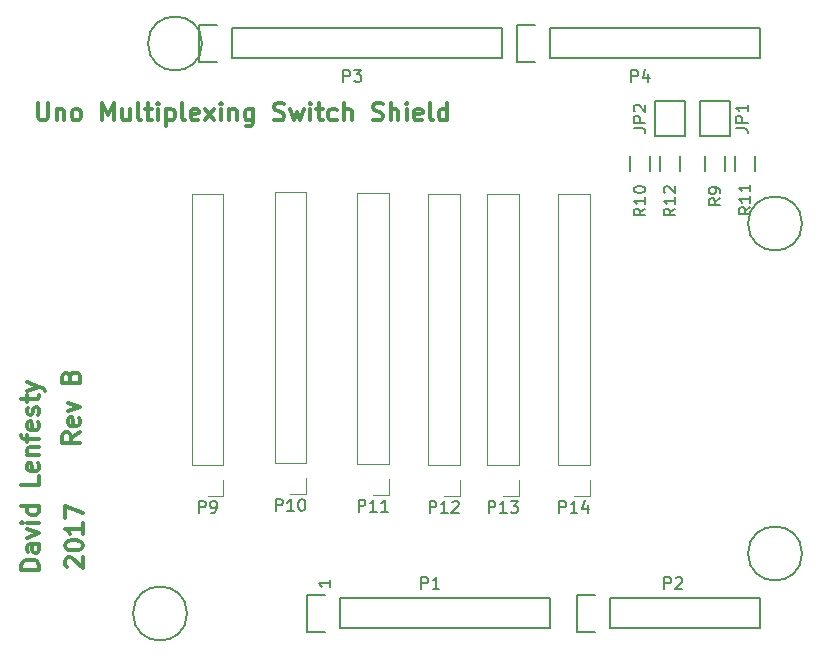
<source format=gbr>
G04 #@! TF.FileFunction,Legend,Top*
%FSLAX46Y46*%
G04 Gerber Fmt 4.6, Leading zero omitted, Abs format (unit mm)*
G04 Created by KiCad (PCBNEW 4.0.7) date 12/04/17 16:46:56*
%MOMM*%
%LPD*%
G01*
G04 APERTURE LIST*
%ADD10C,0.100000*%
%ADD11C,0.300000*%
%ADD12C,0.150000*%
%ADD13C,0.120000*%
G04 APERTURE END LIST*
D10*
D11*
X118153571Y-108497428D02*
X117439286Y-108997428D01*
X118153571Y-109354571D02*
X116653571Y-109354571D01*
X116653571Y-108783143D01*
X116725000Y-108640285D01*
X116796429Y-108568857D01*
X116939286Y-108497428D01*
X117153571Y-108497428D01*
X117296429Y-108568857D01*
X117367857Y-108640285D01*
X117439286Y-108783143D01*
X117439286Y-109354571D01*
X118082143Y-107283143D02*
X118153571Y-107426000D01*
X118153571Y-107711714D01*
X118082143Y-107854571D01*
X117939286Y-107926000D01*
X117367857Y-107926000D01*
X117225000Y-107854571D01*
X117153571Y-107711714D01*
X117153571Y-107426000D01*
X117225000Y-107283143D01*
X117367857Y-107211714D01*
X117510714Y-107211714D01*
X117653571Y-107926000D01*
X117153571Y-106711714D02*
X118153571Y-106354571D01*
X117153571Y-105997429D01*
X117367857Y-103783143D02*
X117439286Y-103568857D01*
X117510714Y-103497429D01*
X117653571Y-103426000D01*
X117867857Y-103426000D01*
X118010714Y-103497429D01*
X118082143Y-103568857D01*
X118153571Y-103711715D01*
X118153571Y-104283143D01*
X116653571Y-104283143D01*
X116653571Y-103783143D01*
X116725000Y-103640286D01*
X116796429Y-103568857D01*
X116939286Y-103497429D01*
X117082143Y-103497429D01*
X117225000Y-103568857D01*
X117296429Y-103640286D01*
X117367857Y-103783143D01*
X117367857Y-104283143D01*
X117050429Y-119919428D02*
X116979000Y-119847999D01*
X116907571Y-119705142D01*
X116907571Y-119347999D01*
X116979000Y-119205142D01*
X117050429Y-119133713D01*
X117193286Y-119062285D01*
X117336143Y-119062285D01*
X117550429Y-119133713D01*
X118407571Y-119990856D01*
X118407571Y-119062285D01*
X116907571Y-118133714D02*
X116907571Y-117990857D01*
X116979000Y-117848000D01*
X117050429Y-117776571D01*
X117193286Y-117705142D01*
X117479000Y-117633714D01*
X117836143Y-117633714D01*
X118121857Y-117705142D01*
X118264714Y-117776571D01*
X118336143Y-117848000D01*
X118407571Y-117990857D01*
X118407571Y-118133714D01*
X118336143Y-118276571D01*
X118264714Y-118348000D01*
X118121857Y-118419428D01*
X117836143Y-118490857D01*
X117479000Y-118490857D01*
X117193286Y-118419428D01*
X117050429Y-118348000D01*
X116979000Y-118276571D01*
X116907571Y-118133714D01*
X118407571Y-116205143D02*
X118407571Y-117062286D01*
X118407571Y-116633714D02*
X116907571Y-116633714D01*
X117121857Y-116776571D01*
X117264714Y-116919429D01*
X117336143Y-117062286D01*
X116907571Y-115705143D02*
X116907571Y-114705143D01*
X118407571Y-115348000D01*
X114724571Y-120125143D02*
X113224571Y-120125143D01*
X113224571Y-119768000D01*
X113296000Y-119553715D01*
X113438857Y-119410857D01*
X113581714Y-119339429D01*
X113867429Y-119268000D01*
X114081714Y-119268000D01*
X114367429Y-119339429D01*
X114510286Y-119410857D01*
X114653143Y-119553715D01*
X114724571Y-119768000D01*
X114724571Y-120125143D01*
X114724571Y-117982286D02*
X113938857Y-117982286D01*
X113796000Y-118053715D01*
X113724571Y-118196572D01*
X113724571Y-118482286D01*
X113796000Y-118625143D01*
X114653143Y-117982286D02*
X114724571Y-118125143D01*
X114724571Y-118482286D01*
X114653143Y-118625143D01*
X114510286Y-118696572D01*
X114367429Y-118696572D01*
X114224571Y-118625143D01*
X114153143Y-118482286D01*
X114153143Y-118125143D01*
X114081714Y-117982286D01*
X113724571Y-117410857D02*
X114724571Y-117053714D01*
X113724571Y-116696572D01*
X114724571Y-116125143D02*
X113724571Y-116125143D01*
X113224571Y-116125143D02*
X113296000Y-116196572D01*
X113367429Y-116125143D01*
X113296000Y-116053715D01*
X113224571Y-116125143D01*
X113367429Y-116125143D01*
X114724571Y-114768000D02*
X113224571Y-114768000D01*
X114653143Y-114768000D02*
X114724571Y-114910857D01*
X114724571Y-115196571D01*
X114653143Y-115339429D01*
X114581714Y-115410857D01*
X114438857Y-115482286D01*
X114010286Y-115482286D01*
X113867429Y-115410857D01*
X113796000Y-115339429D01*
X113724571Y-115196571D01*
X113724571Y-114910857D01*
X113796000Y-114768000D01*
X114724571Y-112196571D02*
X114724571Y-112910857D01*
X113224571Y-112910857D01*
X114653143Y-111125143D02*
X114724571Y-111268000D01*
X114724571Y-111553714D01*
X114653143Y-111696571D01*
X114510286Y-111768000D01*
X113938857Y-111768000D01*
X113796000Y-111696571D01*
X113724571Y-111553714D01*
X113724571Y-111268000D01*
X113796000Y-111125143D01*
X113938857Y-111053714D01*
X114081714Y-111053714D01*
X114224571Y-111768000D01*
X113724571Y-110410857D02*
X114724571Y-110410857D01*
X113867429Y-110410857D02*
X113796000Y-110339429D01*
X113724571Y-110196571D01*
X113724571Y-109982286D01*
X113796000Y-109839429D01*
X113938857Y-109768000D01*
X114724571Y-109768000D01*
X113724571Y-109268000D02*
X113724571Y-108696571D01*
X114724571Y-109053714D02*
X113438857Y-109053714D01*
X113296000Y-108982286D01*
X113224571Y-108839428D01*
X113224571Y-108696571D01*
X114653143Y-107625143D02*
X114724571Y-107768000D01*
X114724571Y-108053714D01*
X114653143Y-108196571D01*
X114510286Y-108268000D01*
X113938857Y-108268000D01*
X113796000Y-108196571D01*
X113724571Y-108053714D01*
X113724571Y-107768000D01*
X113796000Y-107625143D01*
X113938857Y-107553714D01*
X114081714Y-107553714D01*
X114224571Y-108268000D01*
X114653143Y-106982286D02*
X114724571Y-106839429D01*
X114724571Y-106553714D01*
X114653143Y-106410857D01*
X114510286Y-106339429D01*
X114438857Y-106339429D01*
X114296000Y-106410857D01*
X114224571Y-106553714D01*
X114224571Y-106768000D01*
X114153143Y-106910857D01*
X114010286Y-106982286D01*
X113938857Y-106982286D01*
X113796000Y-106910857D01*
X113724571Y-106768000D01*
X113724571Y-106553714D01*
X113796000Y-106410857D01*
X113724571Y-105910857D02*
X113724571Y-105339428D01*
X113224571Y-105696571D02*
X114510286Y-105696571D01*
X114653143Y-105625143D01*
X114724571Y-105482285D01*
X114724571Y-105339428D01*
X113724571Y-104982285D02*
X114724571Y-104625142D01*
X113724571Y-104268000D02*
X114724571Y-104625142D01*
X115081714Y-104768000D01*
X115153143Y-104839428D01*
X115224571Y-104982285D01*
X114631571Y-80585571D02*
X114631571Y-81799857D01*
X114702999Y-81942714D01*
X114774428Y-82014143D01*
X114917285Y-82085571D01*
X115202999Y-82085571D01*
X115345857Y-82014143D01*
X115417285Y-81942714D01*
X115488714Y-81799857D01*
X115488714Y-80585571D01*
X116203000Y-81085571D02*
X116203000Y-82085571D01*
X116203000Y-81228429D02*
X116274428Y-81157000D01*
X116417286Y-81085571D01*
X116631571Y-81085571D01*
X116774428Y-81157000D01*
X116845857Y-81299857D01*
X116845857Y-82085571D01*
X117774429Y-82085571D02*
X117631571Y-82014143D01*
X117560143Y-81942714D01*
X117488714Y-81799857D01*
X117488714Y-81371286D01*
X117560143Y-81228429D01*
X117631571Y-81157000D01*
X117774429Y-81085571D01*
X117988714Y-81085571D01*
X118131571Y-81157000D01*
X118203000Y-81228429D01*
X118274429Y-81371286D01*
X118274429Y-81799857D01*
X118203000Y-81942714D01*
X118131571Y-82014143D01*
X117988714Y-82085571D01*
X117774429Y-82085571D01*
X120060143Y-82085571D02*
X120060143Y-80585571D01*
X120560143Y-81657000D01*
X121060143Y-80585571D01*
X121060143Y-82085571D01*
X122417286Y-81085571D02*
X122417286Y-82085571D01*
X121774429Y-81085571D02*
X121774429Y-81871286D01*
X121845857Y-82014143D01*
X121988715Y-82085571D01*
X122203000Y-82085571D01*
X122345857Y-82014143D01*
X122417286Y-81942714D01*
X123345858Y-82085571D02*
X123203000Y-82014143D01*
X123131572Y-81871286D01*
X123131572Y-80585571D01*
X123703000Y-81085571D02*
X124274429Y-81085571D01*
X123917286Y-80585571D02*
X123917286Y-81871286D01*
X123988714Y-82014143D01*
X124131572Y-82085571D01*
X124274429Y-82085571D01*
X124774429Y-82085571D02*
X124774429Y-81085571D01*
X124774429Y-80585571D02*
X124703000Y-80657000D01*
X124774429Y-80728429D01*
X124845857Y-80657000D01*
X124774429Y-80585571D01*
X124774429Y-80728429D01*
X125488715Y-81085571D02*
X125488715Y-82585571D01*
X125488715Y-81157000D02*
X125631572Y-81085571D01*
X125917286Y-81085571D01*
X126060143Y-81157000D01*
X126131572Y-81228429D01*
X126203001Y-81371286D01*
X126203001Y-81799857D01*
X126131572Y-81942714D01*
X126060143Y-82014143D01*
X125917286Y-82085571D01*
X125631572Y-82085571D01*
X125488715Y-82014143D01*
X127060144Y-82085571D02*
X126917286Y-82014143D01*
X126845858Y-81871286D01*
X126845858Y-80585571D01*
X128203000Y-82014143D02*
X128060143Y-82085571D01*
X127774429Y-82085571D01*
X127631572Y-82014143D01*
X127560143Y-81871286D01*
X127560143Y-81299857D01*
X127631572Y-81157000D01*
X127774429Y-81085571D01*
X128060143Y-81085571D01*
X128203000Y-81157000D01*
X128274429Y-81299857D01*
X128274429Y-81442714D01*
X127560143Y-81585571D01*
X128774429Y-82085571D02*
X129560143Y-81085571D01*
X128774429Y-81085571D02*
X129560143Y-82085571D01*
X130131572Y-82085571D02*
X130131572Y-81085571D01*
X130131572Y-80585571D02*
X130060143Y-80657000D01*
X130131572Y-80728429D01*
X130203000Y-80657000D01*
X130131572Y-80585571D01*
X130131572Y-80728429D01*
X130845858Y-81085571D02*
X130845858Y-82085571D01*
X130845858Y-81228429D02*
X130917286Y-81157000D01*
X131060144Y-81085571D01*
X131274429Y-81085571D01*
X131417286Y-81157000D01*
X131488715Y-81299857D01*
X131488715Y-82085571D01*
X132845858Y-81085571D02*
X132845858Y-82299857D01*
X132774429Y-82442714D01*
X132703001Y-82514143D01*
X132560144Y-82585571D01*
X132345858Y-82585571D01*
X132203001Y-82514143D01*
X132845858Y-82014143D02*
X132703001Y-82085571D01*
X132417287Y-82085571D01*
X132274429Y-82014143D01*
X132203001Y-81942714D01*
X132131572Y-81799857D01*
X132131572Y-81371286D01*
X132203001Y-81228429D01*
X132274429Y-81157000D01*
X132417287Y-81085571D01*
X132703001Y-81085571D01*
X132845858Y-81157000D01*
X134631572Y-82014143D02*
X134845858Y-82085571D01*
X135203001Y-82085571D01*
X135345858Y-82014143D01*
X135417287Y-81942714D01*
X135488715Y-81799857D01*
X135488715Y-81657000D01*
X135417287Y-81514143D01*
X135345858Y-81442714D01*
X135203001Y-81371286D01*
X134917287Y-81299857D01*
X134774429Y-81228429D01*
X134703001Y-81157000D01*
X134631572Y-81014143D01*
X134631572Y-80871286D01*
X134703001Y-80728429D01*
X134774429Y-80657000D01*
X134917287Y-80585571D01*
X135274429Y-80585571D01*
X135488715Y-80657000D01*
X135988715Y-81085571D02*
X136274429Y-82085571D01*
X136560143Y-81371286D01*
X136845858Y-82085571D01*
X137131572Y-81085571D01*
X137703001Y-82085571D02*
X137703001Y-81085571D01*
X137703001Y-80585571D02*
X137631572Y-80657000D01*
X137703001Y-80728429D01*
X137774429Y-80657000D01*
X137703001Y-80585571D01*
X137703001Y-80728429D01*
X138203001Y-81085571D02*
X138774430Y-81085571D01*
X138417287Y-80585571D02*
X138417287Y-81871286D01*
X138488715Y-82014143D01*
X138631573Y-82085571D01*
X138774430Y-82085571D01*
X139917287Y-82014143D02*
X139774430Y-82085571D01*
X139488716Y-82085571D01*
X139345858Y-82014143D01*
X139274430Y-81942714D01*
X139203001Y-81799857D01*
X139203001Y-81371286D01*
X139274430Y-81228429D01*
X139345858Y-81157000D01*
X139488716Y-81085571D01*
X139774430Y-81085571D01*
X139917287Y-81157000D01*
X140560144Y-82085571D02*
X140560144Y-80585571D01*
X141203001Y-82085571D02*
X141203001Y-81299857D01*
X141131572Y-81157000D01*
X140988715Y-81085571D01*
X140774430Y-81085571D01*
X140631572Y-81157000D01*
X140560144Y-81228429D01*
X142988715Y-82014143D02*
X143203001Y-82085571D01*
X143560144Y-82085571D01*
X143703001Y-82014143D01*
X143774430Y-81942714D01*
X143845858Y-81799857D01*
X143845858Y-81657000D01*
X143774430Y-81514143D01*
X143703001Y-81442714D01*
X143560144Y-81371286D01*
X143274430Y-81299857D01*
X143131572Y-81228429D01*
X143060144Y-81157000D01*
X142988715Y-81014143D01*
X142988715Y-80871286D01*
X143060144Y-80728429D01*
X143131572Y-80657000D01*
X143274430Y-80585571D01*
X143631572Y-80585571D01*
X143845858Y-80657000D01*
X144488715Y-82085571D02*
X144488715Y-80585571D01*
X145131572Y-82085571D02*
X145131572Y-81299857D01*
X145060143Y-81157000D01*
X144917286Y-81085571D01*
X144703001Y-81085571D01*
X144560143Y-81157000D01*
X144488715Y-81228429D01*
X145845858Y-82085571D02*
X145845858Y-81085571D01*
X145845858Y-80585571D02*
X145774429Y-80657000D01*
X145845858Y-80728429D01*
X145917286Y-80657000D01*
X145845858Y-80585571D01*
X145845858Y-80728429D01*
X147131572Y-82014143D02*
X146988715Y-82085571D01*
X146703001Y-82085571D01*
X146560144Y-82014143D01*
X146488715Y-81871286D01*
X146488715Y-81299857D01*
X146560144Y-81157000D01*
X146703001Y-81085571D01*
X146988715Y-81085571D01*
X147131572Y-81157000D01*
X147203001Y-81299857D01*
X147203001Y-81442714D01*
X146488715Y-81585571D01*
X148060144Y-82085571D02*
X147917286Y-82014143D01*
X147845858Y-81871286D01*
X147845858Y-80585571D01*
X149274429Y-82085571D02*
X149274429Y-80585571D01*
X149274429Y-82014143D02*
X149131572Y-82085571D01*
X148845858Y-82085571D01*
X148703000Y-82014143D01*
X148631572Y-81942714D01*
X148560143Y-81799857D01*
X148560143Y-81371286D01*
X148631572Y-81228429D01*
X148703000Y-81157000D01*
X148845858Y-81085571D01*
X149131572Y-81085571D01*
X149274429Y-81157000D01*
D12*
X139390381Y-120999285D02*
X139390381Y-121570714D01*
X139390381Y-121285000D02*
X138390381Y-121285000D01*
X138533238Y-121380238D01*
X138628476Y-121475476D01*
X138676095Y-121570714D01*
X140208000Y-125095000D02*
X157988000Y-125095000D01*
X157988000Y-125095000D02*
X157988000Y-122555000D01*
X157988000Y-122555000D02*
X140208000Y-122555000D01*
X137388000Y-125375000D02*
X138938000Y-125375000D01*
X140208000Y-125095000D02*
X140208000Y-122555000D01*
X138938000Y-122275000D02*
X137388000Y-122275000D01*
X137388000Y-122275000D02*
X137388000Y-125375000D01*
X163068000Y-125095000D02*
X175768000Y-125095000D01*
X175768000Y-125095000D02*
X175768000Y-122555000D01*
X175768000Y-122555000D02*
X163068000Y-122555000D01*
X160248000Y-125375000D02*
X161798000Y-125375000D01*
X163068000Y-125095000D02*
X163068000Y-122555000D01*
X161798000Y-122275000D02*
X160248000Y-122275000D01*
X160248000Y-122275000D02*
X160248000Y-125375000D01*
X131064000Y-76835000D02*
X153924000Y-76835000D01*
X153924000Y-76835000D02*
X153924000Y-74295000D01*
X153924000Y-74295000D02*
X131064000Y-74295000D01*
X128244000Y-77115000D02*
X129794000Y-77115000D01*
X131064000Y-76835000D02*
X131064000Y-74295000D01*
X129794000Y-74015000D02*
X128244000Y-74015000D01*
X128244000Y-74015000D02*
X128244000Y-77115000D01*
X157988000Y-76835000D02*
X175768000Y-76835000D01*
X175768000Y-76835000D02*
X175768000Y-74295000D01*
X175768000Y-74295000D02*
X157988000Y-74295000D01*
X155168000Y-77115000D02*
X156718000Y-77115000D01*
X157988000Y-76835000D02*
X157988000Y-74295000D01*
X156718000Y-74015000D02*
X155168000Y-74015000D01*
X155168000Y-74015000D02*
X155168000Y-77115000D01*
X127254000Y-123825000D02*
G75*
G03X127254000Y-123825000I-2286000J0D01*
G01*
X179324000Y-118745000D02*
G75*
G03X179324000Y-118745000I-2286000J0D01*
G01*
X128524000Y-75565000D02*
G75*
G03X128524000Y-75565000I-2286000J0D01*
G01*
X179324000Y-90805000D02*
G75*
G03X179324000Y-90805000I-2286000J0D01*
G01*
X170858000Y-80415000D02*
X173258000Y-80415000D01*
X173258000Y-80415000D02*
X173258000Y-83415000D01*
X173258000Y-83415000D02*
X170658000Y-83415000D01*
X170658000Y-83415000D02*
X170658000Y-80415000D01*
X170658000Y-80415000D02*
X170858000Y-80415000D01*
X167048000Y-80415000D02*
X169448000Y-80415000D01*
X169448000Y-80415000D02*
X169448000Y-83415000D01*
X169448000Y-83415000D02*
X166848000Y-83415000D01*
X166848000Y-83415000D02*
X166848000Y-80415000D01*
X166848000Y-80415000D02*
X167048000Y-80415000D01*
X175373000Y-85125000D02*
X175373000Y-86325000D01*
X173623000Y-86325000D02*
X173623000Y-85125000D01*
X164733000Y-86325000D02*
X164733000Y-85125000D01*
X166483000Y-85125000D02*
X166483000Y-86325000D01*
X171083000Y-86325000D02*
X171083000Y-85125000D01*
X172833000Y-85125000D02*
X172833000Y-86325000D01*
X167273000Y-86325000D02*
X167273000Y-85125000D01*
X169023000Y-85125000D02*
X169023000Y-86325000D01*
D13*
X130328000Y-111255000D02*
X130328000Y-88335000D01*
X130328000Y-88335000D02*
X127668000Y-88335000D01*
X127668000Y-88335000D02*
X127668000Y-111255000D01*
X127668000Y-111255000D02*
X130328000Y-111255000D01*
X130328000Y-112525000D02*
X130328000Y-113855000D01*
X130328000Y-113855000D02*
X128998000Y-113855000D01*
X137328000Y-111095000D02*
X137328000Y-88175000D01*
X137328000Y-88175000D02*
X134668000Y-88175000D01*
X134668000Y-88175000D02*
X134668000Y-111095000D01*
X134668000Y-111095000D02*
X137328000Y-111095000D01*
X137328000Y-112365000D02*
X137328000Y-113695000D01*
X137328000Y-113695000D02*
X135998000Y-113695000D01*
X144328000Y-111155000D02*
X144328000Y-88235000D01*
X144328000Y-88235000D02*
X141668000Y-88235000D01*
X141668000Y-88235000D02*
X141668000Y-111155000D01*
X141668000Y-111155000D02*
X144328000Y-111155000D01*
X144328000Y-112425000D02*
X144328000Y-113755000D01*
X144328000Y-113755000D02*
X142998000Y-113755000D01*
X150328000Y-111255000D02*
X150328000Y-88335000D01*
X150328000Y-88335000D02*
X147668000Y-88335000D01*
X147668000Y-88335000D02*
X147668000Y-111255000D01*
X147668000Y-111255000D02*
X150328000Y-111255000D01*
X150328000Y-112525000D02*
X150328000Y-113855000D01*
X150328000Y-113855000D02*
X148998000Y-113855000D01*
X155328000Y-111255000D02*
X155328000Y-88335000D01*
X155328000Y-88335000D02*
X152668000Y-88335000D01*
X152668000Y-88335000D02*
X152668000Y-111255000D01*
X152668000Y-111255000D02*
X155328000Y-111255000D01*
X155328000Y-112525000D02*
X155328000Y-113855000D01*
X155328000Y-113855000D02*
X153998000Y-113855000D01*
X161328000Y-111255000D02*
X161328000Y-88335000D01*
X161328000Y-88335000D02*
X158668000Y-88335000D01*
X158668000Y-88335000D02*
X158668000Y-111255000D01*
X158668000Y-111255000D02*
X161328000Y-111255000D01*
X161328000Y-112525000D02*
X161328000Y-113855000D01*
X161328000Y-113855000D02*
X159998000Y-113855000D01*
D12*
X147089905Y-121737381D02*
X147089905Y-120737381D01*
X147470858Y-120737381D01*
X147566096Y-120785000D01*
X147613715Y-120832619D01*
X147661334Y-120927857D01*
X147661334Y-121070714D01*
X147613715Y-121165952D01*
X147566096Y-121213571D01*
X147470858Y-121261190D01*
X147089905Y-121261190D01*
X148613715Y-121737381D02*
X148042286Y-121737381D01*
X148328000Y-121737381D02*
X148328000Y-120737381D01*
X148232762Y-120880238D01*
X148137524Y-120975476D01*
X148042286Y-121023095D01*
X167663905Y-121737381D02*
X167663905Y-120737381D01*
X168044858Y-120737381D01*
X168140096Y-120785000D01*
X168187715Y-120832619D01*
X168235334Y-120927857D01*
X168235334Y-121070714D01*
X168187715Y-121165952D01*
X168140096Y-121213571D01*
X168044858Y-121261190D01*
X167663905Y-121261190D01*
X168616286Y-120832619D02*
X168663905Y-120785000D01*
X168759143Y-120737381D01*
X168997239Y-120737381D01*
X169092477Y-120785000D01*
X169140096Y-120832619D01*
X169187715Y-120927857D01*
X169187715Y-121023095D01*
X169140096Y-121165952D01*
X168568667Y-121737381D01*
X169187715Y-121737381D01*
X140485905Y-78811381D02*
X140485905Y-77811381D01*
X140866858Y-77811381D01*
X140962096Y-77859000D01*
X141009715Y-77906619D01*
X141057334Y-78001857D01*
X141057334Y-78144714D01*
X141009715Y-78239952D01*
X140962096Y-78287571D01*
X140866858Y-78335190D01*
X140485905Y-78335190D01*
X141390667Y-77811381D02*
X142009715Y-77811381D01*
X141676381Y-78192333D01*
X141819239Y-78192333D01*
X141914477Y-78239952D01*
X141962096Y-78287571D01*
X142009715Y-78382810D01*
X142009715Y-78620905D01*
X141962096Y-78716143D01*
X141914477Y-78763762D01*
X141819239Y-78811381D01*
X141533524Y-78811381D01*
X141438286Y-78763762D01*
X141390667Y-78716143D01*
X164869905Y-78811381D02*
X164869905Y-77811381D01*
X165250858Y-77811381D01*
X165346096Y-77859000D01*
X165393715Y-77906619D01*
X165441334Y-78001857D01*
X165441334Y-78144714D01*
X165393715Y-78239952D01*
X165346096Y-78287571D01*
X165250858Y-78335190D01*
X164869905Y-78335190D01*
X166298477Y-78144714D02*
X166298477Y-78811381D01*
X166060381Y-77763762D02*
X165822286Y-78478048D01*
X166441334Y-78478048D01*
X173710381Y-82748333D02*
X174424667Y-82748333D01*
X174567524Y-82795953D01*
X174662762Y-82891191D01*
X174710381Y-83034048D01*
X174710381Y-83129286D01*
X174710381Y-82272143D02*
X173710381Y-82272143D01*
X173710381Y-81891190D01*
X173758000Y-81795952D01*
X173805619Y-81748333D01*
X173900857Y-81700714D01*
X174043714Y-81700714D01*
X174138952Y-81748333D01*
X174186571Y-81795952D01*
X174234190Y-81891190D01*
X174234190Y-82272143D01*
X174710381Y-80748333D02*
X174710381Y-81319762D01*
X174710381Y-81034048D02*
X173710381Y-81034048D01*
X173853238Y-81129286D01*
X173948476Y-81224524D01*
X173996095Y-81319762D01*
X165060381Y-82748333D02*
X165774667Y-82748333D01*
X165917524Y-82795953D01*
X166012762Y-82891191D01*
X166060381Y-83034048D01*
X166060381Y-83129286D01*
X166060381Y-82272143D02*
X165060381Y-82272143D01*
X165060381Y-81891190D01*
X165108000Y-81795952D01*
X165155619Y-81748333D01*
X165250857Y-81700714D01*
X165393714Y-81700714D01*
X165488952Y-81748333D01*
X165536571Y-81795952D01*
X165584190Y-81891190D01*
X165584190Y-82272143D01*
X165155619Y-81319762D02*
X165108000Y-81272143D01*
X165060381Y-81176905D01*
X165060381Y-80938809D01*
X165108000Y-80843571D01*
X165155619Y-80795952D01*
X165250857Y-80748333D01*
X165346095Y-80748333D01*
X165488952Y-80795952D01*
X166060381Y-81367381D01*
X166060381Y-80748333D01*
X172410381Y-88685666D02*
X171934190Y-89019000D01*
X172410381Y-89257095D02*
X171410381Y-89257095D01*
X171410381Y-88876142D01*
X171458000Y-88780904D01*
X171505619Y-88733285D01*
X171600857Y-88685666D01*
X171743714Y-88685666D01*
X171838952Y-88733285D01*
X171886571Y-88780904D01*
X171934190Y-88876142D01*
X171934190Y-89257095D01*
X172410381Y-88209476D02*
X172410381Y-88019000D01*
X172362762Y-87923761D01*
X172315143Y-87876142D01*
X172172286Y-87780904D01*
X171981810Y-87733285D01*
X171600857Y-87733285D01*
X171505619Y-87780904D01*
X171458000Y-87828523D01*
X171410381Y-87923761D01*
X171410381Y-88114238D01*
X171458000Y-88209476D01*
X171505619Y-88257095D01*
X171600857Y-88304714D01*
X171838952Y-88304714D01*
X171934190Y-88257095D01*
X171981810Y-88209476D01*
X172029429Y-88114238D01*
X172029429Y-87923761D01*
X171981810Y-87828523D01*
X171934190Y-87780904D01*
X171838952Y-87733285D01*
X166060381Y-89542857D02*
X165584190Y-89876191D01*
X166060381Y-90114286D02*
X165060381Y-90114286D01*
X165060381Y-89733333D01*
X165108000Y-89638095D01*
X165155619Y-89590476D01*
X165250857Y-89542857D01*
X165393714Y-89542857D01*
X165488952Y-89590476D01*
X165536571Y-89638095D01*
X165584190Y-89733333D01*
X165584190Y-90114286D01*
X166060381Y-88590476D02*
X166060381Y-89161905D01*
X166060381Y-88876191D02*
X165060381Y-88876191D01*
X165203238Y-88971429D01*
X165298476Y-89066667D01*
X165346095Y-89161905D01*
X165060381Y-87971429D02*
X165060381Y-87876190D01*
X165108000Y-87780952D01*
X165155619Y-87733333D01*
X165250857Y-87685714D01*
X165441333Y-87638095D01*
X165679429Y-87638095D01*
X165869905Y-87685714D01*
X165965143Y-87733333D01*
X166012762Y-87780952D01*
X166060381Y-87876190D01*
X166060381Y-87971429D01*
X166012762Y-88066667D01*
X165965143Y-88114286D01*
X165869905Y-88161905D01*
X165679429Y-88209524D01*
X165441333Y-88209524D01*
X165250857Y-88161905D01*
X165155619Y-88114286D01*
X165108000Y-88066667D01*
X165060381Y-87971429D01*
X174950381Y-89415857D02*
X174474190Y-89749191D01*
X174950381Y-89987286D02*
X173950381Y-89987286D01*
X173950381Y-89606333D01*
X173998000Y-89511095D01*
X174045619Y-89463476D01*
X174140857Y-89415857D01*
X174283714Y-89415857D01*
X174378952Y-89463476D01*
X174426571Y-89511095D01*
X174474190Y-89606333D01*
X174474190Y-89987286D01*
X174950381Y-88463476D02*
X174950381Y-89034905D01*
X174950381Y-88749191D02*
X173950381Y-88749191D01*
X174093238Y-88844429D01*
X174188476Y-88939667D01*
X174236095Y-89034905D01*
X174950381Y-87511095D02*
X174950381Y-88082524D01*
X174950381Y-87796810D02*
X173950381Y-87796810D01*
X174093238Y-87892048D01*
X174188476Y-87987286D01*
X174236095Y-88082524D01*
X168600381Y-89542857D02*
X168124190Y-89876191D01*
X168600381Y-90114286D02*
X167600381Y-90114286D01*
X167600381Y-89733333D01*
X167648000Y-89638095D01*
X167695619Y-89590476D01*
X167790857Y-89542857D01*
X167933714Y-89542857D01*
X168028952Y-89590476D01*
X168076571Y-89638095D01*
X168124190Y-89733333D01*
X168124190Y-90114286D01*
X168600381Y-88590476D02*
X168600381Y-89161905D01*
X168600381Y-88876191D02*
X167600381Y-88876191D01*
X167743238Y-88971429D01*
X167838476Y-89066667D01*
X167886095Y-89161905D01*
X167695619Y-88209524D02*
X167648000Y-88161905D01*
X167600381Y-88066667D01*
X167600381Y-87828571D01*
X167648000Y-87733333D01*
X167695619Y-87685714D01*
X167790857Y-87638095D01*
X167886095Y-87638095D01*
X168028952Y-87685714D01*
X168600381Y-88257143D01*
X168600381Y-87638095D01*
X128259905Y-115307381D02*
X128259905Y-114307381D01*
X128640858Y-114307381D01*
X128736096Y-114355000D01*
X128783715Y-114402619D01*
X128831334Y-114497857D01*
X128831334Y-114640714D01*
X128783715Y-114735952D01*
X128736096Y-114783571D01*
X128640858Y-114831190D01*
X128259905Y-114831190D01*
X129307524Y-115307381D02*
X129498000Y-115307381D01*
X129593239Y-115259762D01*
X129640858Y-115212143D01*
X129736096Y-115069286D01*
X129783715Y-114878810D01*
X129783715Y-114497857D01*
X129736096Y-114402619D01*
X129688477Y-114355000D01*
X129593239Y-114307381D01*
X129402762Y-114307381D01*
X129307524Y-114355000D01*
X129259905Y-114402619D01*
X129212286Y-114497857D01*
X129212286Y-114735952D01*
X129259905Y-114831190D01*
X129307524Y-114878810D01*
X129402762Y-114926429D01*
X129593239Y-114926429D01*
X129688477Y-114878810D01*
X129736096Y-114831190D01*
X129783715Y-114735952D01*
X134783714Y-115147381D02*
X134783714Y-114147381D01*
X135164667Y-114147381D01*
X135259905Y-114195000D01*
X135307524Y-114242619D01*
X135355143Y-114337857D01*
X135355143Y-114480714D01*
X135307524Y-114575952D01*
X135259905Y-114623571D01*
X135164667Y-114671190D01*
X134783714Y-114671190D01*
X136307524Y-115147381D02*
X135736095Y-115147381D01*
X136021809Y-115147381D02*
X136021809Y-114147381D01*
X135926571Y-114290238D01*
X135831333Y-114385476D01*
X135736095Y-114433095D01*
X136926571Y-114147381D02*
X137021810Y-114147381D01*
X137117048Y-114195000D01*
X137164667Y-114242619D01*
X137212286Y-114337857D01*
X137259905Y-114528333D01*
X137259905Y-114766429D01*
X137212286Y-114956905D01*
X137164667Y-115052143D01*
X137117048Y-115099762D01*
X137021810Y-115147381D01*
X136926571Y-115147381D01*
X136831333Y-115099762D01*
X136783714Y-115052143D01*
X136736095Y-114956905D01*
X136688476Y-114766429D01*
X136688476Y-114528333D01*
X136736095Y-114337857D01*
X136783714Y-114242619D01*
X136831333Y-114195000D01*
X136926571Y-114147381D01*
X141783714Y-115207381D02*
X141783714Y-114207381D01*
X142164667Y-114207381D01*
X142259905Y-114255000D01*
X142307524Y-114302619D01*
X142355143Y-114397857D01*
X142355143Y-114540714D01*
X142307524Y-114635952D01*
X142259905Y-114683571D01*
X142164667Y-114731190D01*
X141783714Y-114731190D01*
X143307524Y-115207381D02*
X142736095Y-115207381D01*
X143021809Y-115207381D02*
X143021809Y-114207381D01*
X142926571Y-114350238D01*
X142831333Y-114445476D01*
X142736095Y-114493095D01*
X144259905Y-115207381D02*
X143688476Y-115207381D01*
X143974190Y-115207381D02*
X143974190Y-114207381D01*
X143878952Y-114350238D01*
X143783714Y-114445476D01*
X143688476Y-114493095D01*
X147783714Y-115307381D02*
X147783714Y-114307381D01*
X148164667Y-114307381D01*
X148259905Y-114355000D01*
X148307524Y-114402619D01*
X148355143Y-114497857D01*
X148355143Y-114640714D01*
X148307524Y-114735952D01*
X148259905Y-114783571D01*
X148164667Y-114831190D01*
X147783714Y-114831190D01*
X149307524Y-115307381D02*
X148736095Y-115307381D01*
X149021809Y-115307381D02*
X149021809Y-114307381D01*
X148926571Y-114450238D01*
X148831333Y-114545476D01*
X148736095Y-114593095D01*
X149688476Y-114402619D02*
X149736095Y-114355000D01*
X149831333Y-114307381D01*
X150069429Y-114307381D01*
X150164667Y-114355000D01*
X150212286Y-114402619D01*
X150259905Y-114497857D01*
X150259905Y-114593095D01*
X150212286Y-114735952D01*
X149640857Y-115307381D01*
X150259905Y-115307381D01*
X152783714Y-115307381D02*
X152783714Y-114307381D01*
X153164667Y-114307381D01*
X153259905Y-114355000D01*
X153307524Y-114402619D01*
X153355143Y-114497857D01*
X153355143Y-114640714D01*
X153307524Y-114735952D01*
X153259905Y-114783571D01*
X153164667Y-114831190D01*
X152783714Y-114831190D01*
X154307524Y-115307381D02*
X153736095Y-115307381D01*
X154021809Y-115307381D02*
X154021809Y-114307381D01*
X153926571Y-114450238D01*
X153831333Y-114545476D01*
X153736095Y-114593095D01*
X154640857Y-114307381D02*
X155259905Y-114307381D01*
X154926571Y-114688333D01*
X155069429Y-114688333D01*
X155164667Y-114735952D01*
X155212286Y-114783571D01*
X155259905Y-114878810D01*
X155259905Y-115116905D01*
X155212286Y-115212143D01*
X155164667Y-115259762D01*
X155069429Y-115307381D01*
X154783714Y-115307381D01*
X154688476Y-115259762D01*
X154640857Y-115212143D01*
X158783714Y-115307381D02*
X158783714Y-114307381D01*
X159164667Y-114307381D01*
X159259905Y-114355000D01*
X159307524Y-114402619D01*
X159355143Y-114497857D01*
X159355143Y-114640714D01*
X159307524Y-114735952D01*
X159259905Y-114783571D01*
X159164667Y-114831190D01*
X158783714Y-114831190D01*
X160307524Y-115307381D02*
X159736095Y-115307381D01*
X160021809Y-115307381D02*
X160021809Y-114307381D01*
X159926571Y-114450238D01*
X159831333Y-114545476D01*
X159736095Y-114593095D01*
X161164667Y-114640714D02*
X161164667Y-115307381D01*
X160926571Y-114259762D02*
X160688476Y-114974048D01*
X161307524Y-114974048D01*
M02*

</source>
